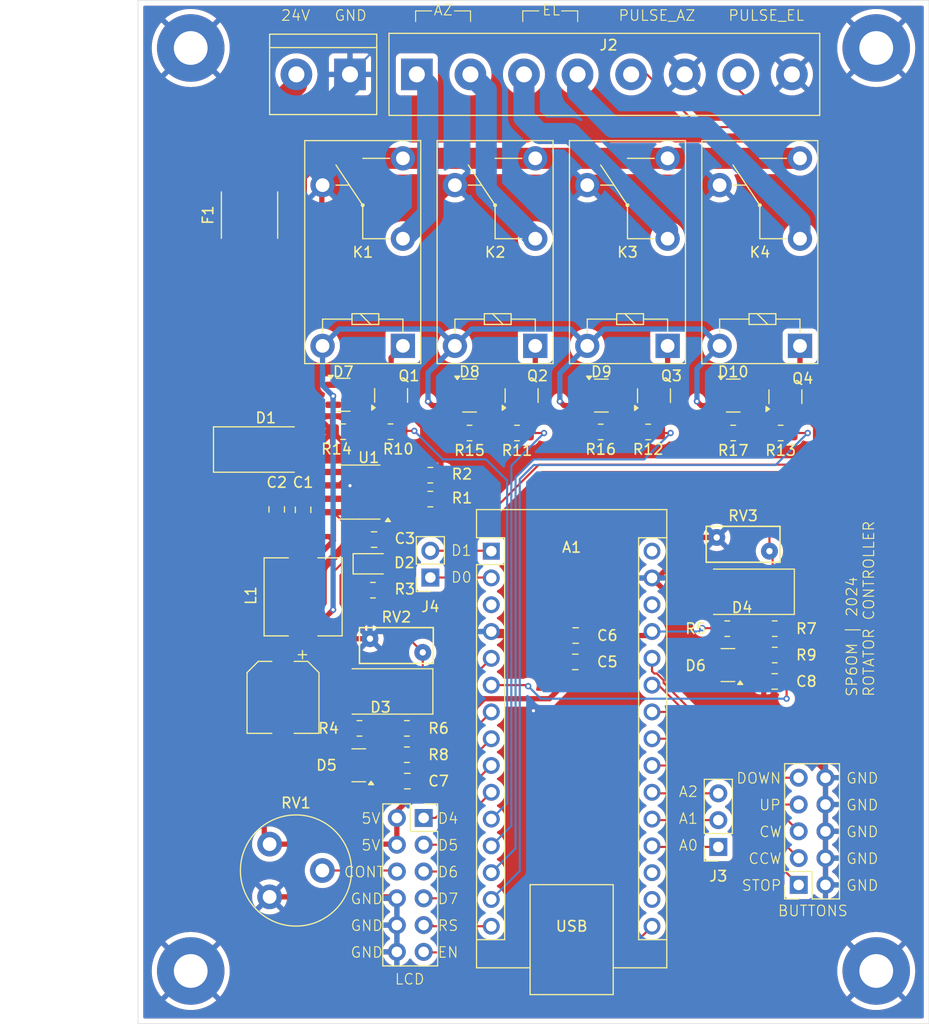
<source format=kicad_pcb>
(kicad_pcb (version 20240108) (generator "pcbnew") (generator_version "8.0")
  (layers (0 "F.Cu" signal) (31 "B.Cu" signal) (34 "B.Paste" user) (35 "F.Paste" user) (36 "B.SilkS" user "B.Silkscreen") (37 "F.SilkS" user "F.Silkscreen") (38 "B.Mask" user) (39 "F.Mask" user) (44 "Edge.Cuts" user))
  (net 0 "")
  (net 3 "/LCD_RS")
  (net 6 "/UP")
  (net 7 "/PULSE_AZ")
  (net 8 "/A0")
  (net 9 "/A2")
  (net 10 "+5V")
  (net 11 "GND")
  (net 12 "/BUTTON_CCW")
  (net 13 "/LCD_D7")
  (net 14 "/DOWN")
  (net 15 "/LCD_D6")
  (net 16 "/LCD_ENABLE")
  (net 17 "/BUTTON_UP")
  (net 18 "/BUTTON_DOWN")
  (net 19 "/D0")
  (net 21 "/CCW")
  (net 22 "/A1")
  (net 23 "/BUTTON_CW")
  (net 24 "/CW")
  (net 25 "/D1")
  (net 26 "/LCD_D5")
  (net 27 "/BUTTON_STOP")
  (net 28 "/PULSE_EL")
  (net 29 "/LCD_D4")
  (net 30 "/DC_IN")
  (net 31 "Net-(D1-K)")
  (net 32 "Net-(U1-BOOT)")
  (net 33 "Net-(D2-K)")
  (net 34 "Net-(D3-A)")
  (net 35 "/PULSE_AZ_IN")
  (net 36 "/PULSE_EL_IN")
  (net 37 "Net-(D4-A)")
  (net 38 "Net-(D5-K-Pad3)")
  (net 39 "Net-(D6-K-Pad3)")
  (net 40 "Net-(Q1-D)")
  (net 41 "Net-(Q2-D)")
  (net 42 "Net-(Q3-D)")
  (net 43 "Net-(Q4-D)")
  (net 44 "Net-(J7-Pin_6)")
  (net 45 "+12V")
  (net 46 "/MOTOR_AZ_1")
  (net 47 "/MOTOR_EL_1")
  (net 48 "/MOTOR_EL_2")
  (net 49 "/MOTOR_AZ_2")
  (net 50 "Net-(Q1-G)")
  (net 51 "Net-(Q2-G)")
  (net 52 "Net-(Q3-G)")
  (net 53 "Net-(Q4-G)")
  (net 54 "Net-(U1-VSNS)")
  (footprint "Connector_PinSocket_2.54mm:PinSocket_1x02_P2.54mm_Vertical" (layer "F.Cu") (at 172.72 87.7 180)
    (property "Reference" "J4")
    (property "Value" "Conn_01x02_Socket")
  )
  (footprint "Package_TO_SOT_SMD:SOT-23" (layer "F.Cu") (at 176.4375 70.45)
    (property "Reference" "D8")
    (property "Value" "BAV99")
  )
  (footprint "Inductor_SMD:L_7.3x7.3_H4.5" (layer "F.Cu") (at 160.655 89.535 -90)
    (property "Reference" "L1")
    (property "Value" "33uH DE0704-33")
  )
  (footprint "Package_SO:SOIC-8_3.9x4.9mm_P1.27mm" (layer "F.Cu") (at 166 79.6 180)
    (property "Reference" "U1")
    (property "Value" "TPS5420D")
  )
  (footprint "Capacitor_SMD:C_0805_2012Metric_Pad1.18x1.45mm_HandSolder" (layer "F.Cu") (at 160.655 81.28 90)
    (property "Reference" "C1")
    (property "Value" "4.7u")
  )
  (footprint "Resistor_SMD:R_0805_2012Metric_Pad1.20x1.40mm_HandSolder" (layer "F.Cu") (at 201.4375 74 180)
    (property "Reference" "R17")
    (property "Value" "100k")
  )
  (footprint "Capacitor_SMD:CP_Elec_6.3x5.4" (layer "F.Cu") (at 158.75 99.06 -90)
    (property "Reference" "C4" (hide yes))
    (property "Value" "100u")
  )
  (footprint "Resistor_SMD:R_0805_2012Metric_Pad1.20x1.40mm_HandSolder" (layer "F.Cu") (at 164.45 73.875 180)
    (property "Reference" "R14")
    (property "Value" "100k")
  )
  (footprint "Resistor_SMD:R_0805_2012Metric_Pad1.20x1.40mm_HandSolder" (layer "F.Cu") (at 205.375 92.55 180)
    (property "Reference" "R7")
    (property "Value" "1k")
  )
  (footprint "Connector_PinSocket_2.54mm:PinSocket_2x05_P2.54mm_Vertical" (layer "F.Cu") (at 207.645 116.84 180)
    (property "Reference" "J5" (hide yes))
    (property "Value" "Buttons Connector")
  )
  (footprint "Resistor_SMD:R_0805_2012Metric_Pad1.20x1.40mm_HandSolder" (layer "F.Cu") (at 168.95 73.875 180)
    (property "Reference" "R10")
    (property "Value" "510")
  )
  (footprint "Relay_THT:Relay_SPDT_Omron-G5Q-1" (layer "F.Cu") (at 207.77 65.74 90)
    (property "Reference" "K4")
    (property "Value" "Omron G5Q-1-EU-5DC")
  )
  (footprint "Resistor_SMD:R_0805_2012Metric_Pad1.20x1.40mm_HandSolder" (layer "F.Cu") (at 166 102)
    (property "Reference" "R4")
    (property "Value" "10k")
  )
  (footprint "Resistor_SMD:R_0805_2012Metric_Pad1.20x1.40mm_HandSolder" (layer "F.Cu") (at 170.5 104.5 180)
    (property "Reference" "R8")
    (property "Value" "1k")
  )
  (footprint "Resistor_SMD:R_0805_2012Metric_Pad1.20x1.40mm_HandSolder" (layer "F.Cu") (at 176.4375 74 180)
    (property "Reference" "R15")
    (property "Value" "100k")
  )
  (footprint "Package_TO_SOT_SMD:SOT-23" (layer "F.Cu") (at 164.45 70.375)
    (property "Reference" "D7")
    (property "Value" "BAV99")
  )
  (footprint "MountingHole:MountingHole_3.2mm_M3_Pad" (layer "F.Cu") (at 215 37.5)
    (property "Reference" "H2" (hide yes))
    (property "Value" "M3")
  )
  (footprint "Relay_THT:Relay_SPDT_Omron-G5Q-1" (layer "F.Cu") (at 170.12 65.74 90)
    (property "Reference" "K1")
    (property "Value" "Omron G5Q-1-EU-5DC")
  )
  (footprint "Capacitor_SMD:C_0805_2012Metric_Pad1.18x1.45mm_HandSolder" (layer "F.Cu") (at 205.375 97.55 180)
    (property "Reference" "C8")
    (property "Value" "100n")
  )
  (footprint "Resistor_SMD:R_0805_2012Metric_Pad1.20x1.40mm_HandSolder" (layer "F.Cu") (at 172.72 80.264 180)
    (property "Reference" "R1")
    (property "Value" "10k")
  )
  (footprint "Fuse:Fuse_2920_7451Metric_Pad2.10x5.45mm_HandSolder" (layer "F.Cu") (at 155.575 53.34 -90)
    (property "Reference" "F1")
    (property "Value" "0ZCF0110FF2C")
  )
  (footprint "Diode_SMD:D_SMA-SMB_Universal_Handsoldering" (layer "F.Cu") (at 157.12 75.565)
    (property "Reference" "D1")
    (property "Value" "B340")
  )
  (footprint "Capacitor_SMD:C_0805_2012Metric_Pad1.18x1.45mm_HandSolder" (layer "F.Cu") (at 186.5 93.2 180)
    (property "Reference" "C6")
    (property "Value" "1u")
  )
  (footprint "Package_TO_SOT_SMD:SOT-23" (layer "F.Cu") (at 200.9375 96 180)
    (property "Reference" "D6")
    (property "Value" "BAV99")
  )
  (footprint "Capacitor_SMD:C_0805_2012Metric_Pad1.18x1.45mm_HandSolder" (layer "F.Cu") (at 186.4625 95.7)
    (property "Reference" "C5")
    (property "Value" "100n")
  )
  (footprint "LED_SMD:LED_0805_2012Metric_Pad1.15x1.40mm_HandSolder" (layer "F.Cu") (at 167.259 86.4)
    (property "Reference" "D2")
    (property "Value" "GREEN")
  )
  (footprint "MountingHole:MountingHole_3.2mm_M3_Pad" (layer "F.Cu") (at 150 125)
    (property "Reference" "H3" (hide yes))
    (property "Value" "M3")
  )
  (footprint "Resistor_SMD:R_0805_2012Metric_Pad1.20x1.40mm_HandSolder" (layer "F.Cu") (at 193.375 73.9 180)
    (property "Reference" "R12")
    (property "Value" "510")
  )
  (footprint "Varistor:RV_Disc_D7mm_W3.4mm_P5mm" (layer "F.Cu") (at 172 94.8 180)
    (property "Reference" "RV2")
    (property "Value" "V18ZA1P")
  )
  (footprint "Capacitor_SMD:C_0805_2012Metric_Pad1.18x1.45mm_HandSolder" (layer "F.Cu") (at 167.386 84.1 180)
    (property "Reference" "C3")
    (property "Value" "10n")
  )
  (footprint "Diode_SMD:D_SMA-SMB_Universal_Handsoldering" (layer "F.Cu") (at 168 98.5 180)
    (property "Reference" "D3")
    (property "Value" "B340")
  )
  (footprint "Resistor_SMD:R_0805_2012Metric_Pad1.20x1.40mm_HandSolder" (layer "F.Cu") (at 205.9375 74 180)
    (property "Reference" "R13")
    (property "Value" "510")
  )
  (footprint "Package_TO_SOT_SMD:SOT-23" (layer "F.Cu") (at 206.3875 70.5625 90)
    (property "Reference" "Q4")
    (property "Value" "AO3400A")
  )
  (footprint "Connector_PinSocket_2.54mm:PinSocket_1x03_P2.54mm_Vertical" (layer "F.Cu") (at 200.025 113.24 180)
    (property "Reference" "J3")
    (property "Value" "Conn_01x03_Socket")
  )
  (footprint "Relay_THT:Relay_SPDT_Omron-G5Q-1" (layer "F.Cu") (at 195.22 65.74 90)
    (property "Reference" "K3")
    (property "Value" "Omron G5Q-1-EU-5DC")
  )
  (footprint "TerminalBlock:TerminalBlock_bornier-2_P5.08mm" (layer "F.Cu") (at 165.1 40 180)
    (property "Reference" "J1" (hide yes))
    (property "Value" "Screw_Terminal_01x02")
  )
  (footprint "Resistor_SMD:R_0805_2012Metric_Pad1.20x1.40mm_HandSolder" (layer "F.Cu") (at 172.72 78)
    (property "Reference" "R2")
    (property "Value" "3.24k")
  )
  (footprint "Resistor_SMD:R_0805_2012Metric_Pad1.20x1.40mm_HandSolder" (layer "F.Cu") (at 205.375 95.05 180)
    (property "Reference" "R9")
    (property "Value" "1k")
  )
  (footprint "MountingHole:MountingHole_3.2mm_M3_Pad" (layer "F.Cu") (at 215 125)
    (property "Reference" "H4" (hide yes))
    (property "Value" "M3")
  )
  (footprint "Capacitor_SMD:C_0805_2012Metric_Pad1.18x1.45mm_HandSolder" (layer "F.Cu") (at 158.155 81.2425 90)
    (property "Reference" "C2")
    (property "Value" "4.7u")
  )
  (footprint "Diode_SMD:D_SMA-SMB_Universal_Handsoldering" (layer "F.Cu") (at 202.275 89.05 180)
    (property "Reference" "D4")
    (property "Value" "B340")
  )
  (footprint "Package_TO_SOT_SMD:SOT-23" (layer "F.Cu") (at 169 70.4375 90)
    (property "Reference" "Q1")
    (property "Value" "AO3400A")
  )
  (footprint "TerminalBlock:TerminalBlock_bornier-8_P5.08mm" (layer "F.Cu") (at 171.44 40)
    (property "Reference" "J2")
    (property "Value" "Screw_Terminal_01x08")
  )
  (footprint "Resistor_SMD:R_0805_2012Metric_Pad1.20x1.40mm_HandSolder" (layer "F.Cu") (at 170.5 102 180)
    (property "Reference" "R6")
    (property "Value" "1k")
  )
  (footprint "Package_TO_SOT_SMD:SOT-23" (layer "F.Cu") (at 165.9375 105.5 180)
    (property "Reference" "D5")
    (property "Value" "BAV99")
  )
  (footprint "Package_TO_SOT_SMD:SOT-23" (layer "F.Cu") (at 193.925 70.4625 90)
    (property "Reference" "Q3")
    (property "Value" "AO3400A")
  )
  (footprint "Resistor_SMD:R_0805_2012Metric_Pad1.20x1.40mm_HandSolder" (layer "F.Cu") (at 200.875 92.55)
    (property "Reference" "R5")
    (property "Value" "10k")
  )
  (footprint "Resistor_SMD:R_0805_2012Metric_Pad1.20x1.40mm_HandSolder" (layer "F.Cu") (at 180.9375 74 180)
    (property "Reference" "R11")
    (property "Value" "510")
  )
  (footprint "Package_TO_SOT_SMD:SOT-23" (layer "F.Cu") (at 201.4375 70.45)
    (property "Reference" "D10")
    (property "Value" "BAV99")
  )
  (footprint "Resistor_SMD:R_0805_2012Metric_Pad1.20x1.40mm_HandSolder" (layer "F.Cu") (at 167.275 88.9 180)
    (property "Reference" "R3")
    (property "Value" "1.5k")
  )
  (footprint "MountingHole:MountingHole_3.2mm_M3_Pad" (layer "F.Cu") (at 150 37.5)
    (property "Reference" "H1" (hide yes))
    (property "Value" "M3")
  )
  (footprint "Potentiometer_THT:Potentiometer_Piher_PT-10-V05_Vertical" (layer "F.Cu") (at 157.48 117.975)
    (property "Reference" "RV1")
    (property "Value" "10k")
  )
  (footprint "Module:Arduino_Nano" (layer "F.Cu") (at 178.5 85.2)
    (property "Reference" "A1")
    (property "Value" "Arduino_Nano_v2.x")
  )
  (footprint "Package_TO_SOT_SMD:SOT-23" (layer "F.Cu") (at 188.9375 70.45)
    (property "Reference" "D9")
    (property "Value" "BAV99")
  )
  (footprint "Relay_THT:Relay_SPDT_Omron-G5Q-1" (layer "F.Cu") (at 182.67 65.74 90)
    (property "Reference" "K2")
    (property "Value" "Omron G5Q-1-EU-5DC")
  )
  (footprint "Capacitor_SMD:C_0805_2012Metric_Pad1.18x1.45mm_HandSolder" (layer "F.Cu") (at 170.5375 107 180)
    (property "Reference" "C7")
    (property "Value" "100n")
  )
  (footprint "Varistor:RV_Disc_D7mm_W3.4mm_P5mm" (layer "F.Cu") (at 204.875 85.2 180)
    (property "Reference" "RV3")
    (property "Value" "V18ZA1P")
  )
  (footprint "Resistor_SMD:R_0805_2012Metric_Pad1.20x1.40mm_HandSolder" (layer "F.Cu") (at 188.875 73.9 180)
    (property "Reference" "R16")
    (property "Value" "100k")
  )
  (footprint "Connector_PinSocket_2.54mm:PinSocket_2x06_P2.54mm_Vertical" (layer "F.Cu") (at 172.085 110.49)
    (property "Reference" "J7" (hide yes))
    (property "Value" "LCD Connector")
  )
  (footprint "Package_TO_SOT_SMD:SOT-23" (layer "F.Cu") (at 181.375 70.45 90)
    (property "Reference" "Q2")
    (property "Value" "AO3400A")
  )
  (gr_line (start 171.323 33.984) (end 171.323 35) (stroke (width 0.1)) (layer "F.SilkS"))
  (gr_line (start 185.166 33.984) (end 186.69 33.984) (stroke (width 0.1)) (layer "F.SilkS"))
  (gr_line (start 176.53 33.984) (end 176.53 35) (stroke (width 0.1)) (layer "F.SilkS"))
  (gr_line (start 183.007 33.984) (end 181.483 33.984) (stroke (width 0.1)) (layer "F.SilkS"))
  (gr_line (start 186.69 33.984) (end 186.69 35) (stroke (width 0.1)) (layer "F.SilkS"))
  (gr_line (start 172.847 33.984) (end 171.323 33.984) (stroke (width 0.1)) (layer "F.SilkS"))
  (gr_line (start 181.483 33.984) (end 181.483 35) (stroke (width 0.1)) (layer "F.SilkS"))
  (gr_line (start 175.006 33.984) (end 176.53 33.984) (stroke (width 0.1)) (layer "F.SilkS"))
  (gr_rect (start 145 32.995) (end 220 130) (stroke (width 0.05)) (fill none) (layer "Edge.Cuts"))
  (gr_text "GND" (at 165.1 121.285 0) (layer "F.SilkS") (effects (font (size 1 1) (thickness 0.1)) (justify left bottom)))
  (gr_text "D6" (at 173.355 116.205 0) (layer "F.SilkS") (effects (font (size 1 1) (thickness 0.1)) (justify left bottom)))
  (gr_text "DOWN" (at 201.676 107.315 0) (layer "F.SilkS") (effects (font (size 1 1) (thickness 0.1)) (justify left bottom)))
  (gr_text "A2" (at 196.215 108.585 0) (layer "F.SilkS") (effects (font (size 1 1) (thickness 0.1)) (justify left bottom)))
  (gr_text "GND" (at 165.1 123.825 0) (layer "F.SilkS") (effects (font (size 1 1) (thickness 0.1)) (justify left bottom)))
  (gr_text "GND" (at 212.09 117.475 0) (layer "F.SilkS") (effects (font (size 1 1) (thickness 0.1)) (justify left bottom)))
  (gr_text "D0" (at 174.625 88.265 0) (layer "F.SilkS") (effects (font (size 1 1) (thickness 0.1)) (justify left bottom)))
  (gr_text "GND" (at 212.09 107.315 0) (layer "F.SilkS") (effects (font (size 1 1) (thickness 0.1)) (justify left bottom)))
  (gr_text "GND" (at 163.576 35 0) (layer "F.SilkS") (effects (font (size 1 1) (thickness 0.1)) (justify left bottom)))
  (gr_text "LCD" (at 169.291 126.365 0) (layer "F.SilkS") (effects (font (size 1 1) (thickness 0.1)) (justify left bottom)))
  (gr_text "EL" (at 183.261 34.492 0) (layer "F.SilkS") (effects (font (size 1 1) (thickness 0.1)) (justify left bottom)))
  (gr_text "D7" (at 173.355 118.745 0) (layer "F.SilkS") (effects (font (size 1 1) (thickness 0.1)) (justify left bottom)))
  (gr_text "AZ" (at 172.974 34.492 0) (layer "F.SilkS") (effects (font (size 1 1) (thickness 0.1)) (justify left bottom)))
  (gr_text "STOP" (at 202.184 117.475 0) (layer "F.SilkS") (effects (font (size 1 1) (thickness 0.1)) (justify left bottom)))
  (gr_text "CW" (at 203.835 112.395 0) (layer "F.SilkS") (effects (font (size 1 1) (thickness 0.1)) (justify left bottom)))
  (gr_text "GND" (at 212.09 112.395 0) (layer "F.SilkS") (effects (font (size 1 1) (thickness 0.1)) (justify left bottom)))
  (gr_text "GND" (at 212.09 109.855 0) (layer "F.SilkS") (effects (font (size 1 1) (thickness 0.1)) (justify left bottom)))
  (gr_text "BUTTONS" (at 205.613 119.888 0) (layer "F.SilkS") (effects (font (size 1 1) (thickness 0.1)) (justify left bottom)))
  (gr_text "24V" (at 158.496 35 0) (layer "F.SilkS") (effects (font (size 1 1) (thickness 0.1)) (justify left bottom)))
  (gr_text "CONT" (at 164.465 116.205 0) (layer "F.SilkS") (effects (font (size 1 1) (thickness 0.1)) (justify left bottom)))
  (gr_text "A1" (at 196.215 111.125 0) (layer "F.SilkS") (effects (font (size 1 1) (thickness 0.1)) (justify left bottom)))
  (gr_text "A0" (at 196.215 113.665 0) (layer "F.SilkS") (effects (font (size 1 1) (thickness 0.1)) (justify left bottom)))
  (gr_text "5V" (at 166.116 113.665 0) (layer "F.SilkS") (effects (font (size 1 1) (thickness 0.1)) (justify left bottom)))
  (gr_text "D5" (at 173.355 113.665 0) (layer "F.SilkS") (effects (font (size 1 1) (thickness 0.1)) (justify left bottom)))
  (gr_text "PULSE_EL" (at 200.914 35 0) (layer "F.SilkS") (effects (font (size 1 1) (thickness 0.1)) (justify left bottom)))
  (gr_text "D1" (at 174.625 85.725 0) (layer "F.SilkS") (effects (font (size 1 1) (thickness 0.1)) (justify left bottom)))
  (gr_text "GND" (at 165.1 118.745 0) (layer "F.SilkS") (effects (font (size 1 1) (thickness 0.1)) (justify left bottom)))
  (gr_text "D4" (at 173.355 111.125 0) (layer "F.SilkS") (effects (font (size 1 1) (thickness 0.1)) (justify left bottom)))
  (gr_text "UP" (at 203.835 109.855 0) (layer "F.SilkS") (effects (font (size 1 1) (thickness 0.1)) (justify left bottom)))
  (gr_text "CCW" (at 202.819 114.935 0) (layer "F.SilkS") (effects (font (size 1 1) (thickness 0.1)) (justify left bottom)))
  (gr_text "EN" (at 173.355 123.825 0) (layer "F.SilkS") (effects (font (size 1 1) (thickness 0.1)) (justify left bottom)))
  (gr_text "SP6OM | 2024\nROTATOR CONTROLLER" (at 214.884 99.06 90) (layer "F.SilkS") (effects (font (size 1 1) (thickness 0.1)) (justify left bottom)))
  (gr_text "GND" (at 212.09 114.935 0) (layer "F.SilkS") (effects (font (size 1 1) (thickness 0.1)) (justify left bottom)))
  (gr_text "5V" (at 166.116 111.125 0) (layer "F.SilkS") (effects (font (size 1 1) (thickness 0.1)) (justify left bottom)))
  (gr_text "RS" (at 173.355 121.285 0) (layer "F.SilkS") (effects (font (size 1 1) (thickness 0.1)) (justify left bottom)))
  (gr_text "PULSE_AZ" (at 190.5 35 0) (layer "F.SilkS") (effects (font (size 1 1) (thickness 0.1)) (justify left bottom)))
  (segment (start 172.135 120.7) (end 173 120.7) (width 0.2) (layer "F.Cu") (net 3))
  (segment (start 178.5 120.76) (end 172.195 120.76) (width 0.2) (layer "F.Cu") (net 3))
  (segment (start 172.085 120.65) (end 172.135 120.7) (width 0.2) (layer "F.Cu") (net 3))
  (segment (start 172.195 120.76) (end 172.085 120.65) (width 0.2) (layer "F.Cu") (net 3))
  (segment (start 194.475 74) (end 194.375 73.9) (width 0.2) (layer "F.Cu") (net 6))
  (segment (start 195.5 74) (end 194.475 74) (width 0.2) (layer "F.Cu") (net 6))
  (via (at 195.5 74) (size 0.6) (drill 0.3) (layers "F.Cu" "B.Cu") (net 6))
  (segment (start 180.8 113.38) (end 180.8 78.2) (width 0.2) (layer "B.Cu") (net 6))
  (segment (start 182.5 76.5) (end 193 76.5) (width 0.2) (layer "B.Cu") (net 6))
  (segment (start 193 76.5) (end 195.5 74) (width 0.2) (layer "B.Cu") (net 6))
  (segment (start 180.8 78.2) (end 182.5 76.5) (width 0.2) (layer "B.Cu") (net 6))
  (segment (start 178.5 115.68) (end 180.8 113.38) (width 0.2) (layer "B.Cu") (net 6))
  (segment (start 173 103.5) (end 172.5 104) (width 0.2) (layer "F.Cu") (net 7))
  (segment (start 173 100.86) (end 173 103.5) (width 0.2) (layer "F.Cu") (net 7))
  (segment (start 172.5 106.075) (end 171.575 107) (width 0.2) (layer "F.Cu") (net 7))
  (segment (start 171.575 107) (end 171.575 106.575) (width 0.2) (layer "F.Cu") (net 7))
  (segment (start 178.5 95.36) (end 173 100.86) (width 0.2) (layer "F.Cu") (net 7))
  (segment (start 171.575 106.575) (end 169.5 104.5) (width 0.2) (layer "F.Cu") (net 7))
  (segment (start 172.5 104) (end 172.5 106.075) (width 0.2) (layer "F.Cu") (net 7))
  (segment (start 200.025 113.24) (end 193.84 113.24) (width 0.2) (layer "F.Cu") (net 8))
  (segment (start 193.84 113.24) (end 193.74 113.14) (width 0.2) (layer "F.Cu") (net 8))
  (segment (start 200.025 108.16) (end 193.84 108.16) (width 0.2) (layer "F.Cu") (net 9))
  (segment (start 193.84 108.16) (end 193.74 108.06) (width 0.2) (layer "F.Cu") (net 9))
  (segment (start 174 107.432) (end 172.847 108.585) (width 0.5) (layer "F.Cu") (net 10))
  (segment (start 174 103) (end 174 107.432) (width 0.5) (layer "F.Cu") (net 10))
  (segment (start 169.49 112.975) (end 169.545 113.03) (width 0.5) (layer "F.Cu") (net 10))
  (segment (start 165 102.675) (end 165 102) (width 0.2) (layer "F.Cu") (net 10))
  (segment (start 185 71) (end 185.4 71.4) (width 0.5) (layer "F.Cu") (net 10))
  (segment (start 172.484 81.5) (end 173.72 80.264) (width 0.2) (layer "F.Cu") (net 10))
  (segment (start 187.5 93.2375) (end 187.5375 93.2) (width 0.2) (layer "F.Cu") (net 10))
  (segment (start 161.519 92.735) (end 160.655 92.735) (width 0.5) (layer "F.Cu") (net 10))
  (segment (start 160.655 92.735) (end 158.75 94.64) (width 0.5) (layer "F.Cu") (net 10))
  (segment (start 169.545 109.855) (end 169.545 110.49) (width 0.5) (layer "F.Cu") (net 10))
  (segment (start 198.5 92.5) (end 199.825 92.5) (width 0.2) (layer "F.Cu") (net 10))
  (segment (start 187.5 95.7) (end 184.01 99.19) (width 0.5) (layer "F.Cu") (net 10))
  (segment (start 163.5 90.754) (end 161.519 92.735) (width 0.5) (layer "F.Cu") (net 10))
  (segment (start 169.6 85.084) (end 169.6 83.334314) (width 0.2) (layer "F.Cu") (net 10))
  (segment (start 172.847 108.585) (end 170.815 108.585) (width 0.5) (layer "F.Cu") (net 10))
  (segment (start 187.5 95.7) (end 187.5 93.2375) (width 0.2) (layer "F.Cu") (net 10))
  (segment (start 157.48 112.975) (end 169.49 112.975) (width 0.5) (layer "F.Cu") (net 10))
  (segment (start 168.284 86.4) (end 169.6 85.084) (width 0.2) (layer "F.Cu") (net 10))
  (segment (start 167.284 85.4) (end 168.284 86.4) (width 0.2) (layer "F.Cu") (net 10))
  (segment (start 165 102) (end 164.49 102) (width 0.5) (layer "F.Cu") (net 10))
  (segment (start 169.545 110.49) (end 169.545 113.03) (width 0.5) (layer "F.Cu") (net 10))
  (segment (start 156.972 98.038) (end 158.75 96.26) (width 0.5) (layer "F.Cu") (net 10))
  (segment (start 156.972 112.467) (end 156.972 98.038) (width 0.5) (layer "F.Cu") (net 10))
  (segment (start 157.48 112.975) (end 156.972 112.467) (width 0.5) (layer "F.Cu") (net 10))
  (segment (start 193.36 93.2) (end 193.74 92.82) (width 0.5) (layer "F.Cu") (net 10))
  (segment (start 163.5 70.5) (end 163.5 71.3125) (width 0.5) (layer "F.Cu") (net 10))
  (segment (start 198.4 71.4) (end 200.5 71.4) (width 0.5) (layer "F.Cu") (net 10))
  (segment (start 185.4 71.4) (end 188 71.4) (width 0.5) (layer "F.Cu") (net 10))
  (segment (start 172.9 71.4) (end 175.5 71.4) (width 0.5) (layer "F.Cu") (net 10))
  (segment (start 163.5 87.198) (end 165.298 85.4) (width 0.2) (layer "F.Cu") (net 10))
  (segment (start 184.01 99.19) (end 177.81 99.19) (width 0.5) (layer "F.Cu") (net 10))
  (segment (start 166.875 104.55) (end 165 102.675) (width 0.2) (layer "F.Cu") (net 10))
  (segment (start 169.6 83.334314) (end 171.434314 81.5) (width 0.2) (layer "F.Cu") (net 10))
  (segment (start 165.298 85.4) (end 167.284 85.4) (width 0.2) (layer "F.Cu") (net 10))
  (segment (start 199.875 93.05) (end 201.875 95.05) (width 0.2) (layer "F.Cu") (net 10))
  (segment (start 170.815 108.585) (end 169.545 109.855) (width 0.5) (layer "F.Cu") (net 10))
  (segment (start 177.81 99.19) (end 174 103) (width 0.5) (layer "F.Cu") (net 10))
  (segment (start 199.875 92.55) (end 199.875 93.05) (width 0.2) (layer "F.Cu") (net 10))
  (segment (start 163.5 90.754) (end 163.5 87.198) (width 0.2) (layer "F.Cu") (net 10))
  (segment (start 163.5 71.3125) (end 163.5125 71.325) (width 0.5) (layer "F.Cu") (net 10))
  (segment (start 198 71) (end 198.4 71.4) (width 0.5) (layer "F.Cu") (net 10))
  (segment (start 171.434314 81.5) (end 172.484 81.5) (width 0.2) (layer "F.Cu") (net 10))
  (segment (start 199.825 92.5) (end 199.875 92.55) (width 0.2) (layer "F.Cu") (net 10))
  (segment (start 172.5 71) (end 172.9 71.4) (width 0.5) (layer "F.Cu") (net 10))
  (segment (start 187.5375 93.2) (end 193.36 93.2) (width 0.5) (layer "F.Cu") (net 10))
  (via (at 163.5 90.754) (size 0.6) (drill 0.3) (layers "F.Cu" "B.Cu") (net 10))
  (via (at 198 71) (size 0.6) (drill 0.3) (layers "F.Cu" "B.Cu") (net 10))
  (via (at 185 71) (size 0.6) (drill 0.3) (layers "F.Cu" "B.Cu") (net 10))
  (via (at 198.5 92.5) (size 0.6) (drill 0.3) (layers "F.Cu" "B.Cu") (net 10))
  (via (at 172.5 71) (size 0.6) (drill 0.3) (layers "F.Cu" "B.Cu") (net 10))
  (via (at 163.5 70.5) (size 0.6) (drill 0.3) (layers "F.Cu" "B.Cu") (net 10))
  (segment (start 198 67.89) (end 200.15 65.74) (width 0.5) (layer "B.Cu") (net 10))
  (segment (start 198.18 92.82) (end 198.5 92.5) (width 0.2) (layer "B.Cu") (net 10))
  (segment (start 186 64.14) (end 187.6 65.74) (width 0.5) (layer "B.Cu") (net 10))
  (segment (start 162.5 69) (end 162.5 69.5) (width 0.5) (layer "B.Cu") (net 10))
  (segment (start 198.55 64.14) (end 200.15 65.74) (width 0.5) (layer "B.Cu") (net 10))
  (segment (start 187.6 65.74) (end 189.2 64.14) (width 0.5) (layer "B.Cu") (net 10))
  (segment (start 164.1 64.14) (end 173.45 64.14) (width 0.5) (layer "B.Cu") (net 10))
  (segment (start 173.45 64.14) (end 175.05 65.74) (width 0.5) (layer "B.Cu") (net 10))
  (segment (start 189.2 64.14) (end 198.55 64.14) (width 0.5) (layer "B.Cu") (net 10))
  (segment (start 185 68.34) (end 187.6 65.74) (width 0.5) (layer "B.Cu") (net 10))
  (segment (start 176.65 64.14) (end 186 64.14) (width 0.5) (layer "B.Cu") (net 10))
  (segment (start 175.05 65.74) (end 176.65 64.14) (width 0.5) (layer "B.Cu") (net 10))
  (segment (start 193.74 92.82) (end 198.18 92.82) (width 0.2) (layer "B.Cu") (net 10))
  (segment (start 172.5 68.29) (end 175.05 65.74) (width 0.5) (layer "B.Cu") (net 10))
  (segment (start 162.5 65.74) (end 164.1 64.14) (width 0.5) (layer "B.Cu") (net 10))
  (segment (start 162.5 65.74) (end 162.5 69) (width 0.5) (layer "B.Cu") (net 10))
  (segment (start 163.5 90.754) (end 163.5 70.5) (width 0.5) (layer "B.Cu") (net 10))
  (segment (start 198 71) (end 198 67.89) (width 0.5) (layer "B.Cu") (net 10))
  (segment (start 172.5 71) (end 172.5 68.29) (width 0.5) (layer "B.Cu") (net 10))
  (segment (start 162.5 69.5) (end 163.5 70.5) (width 0.5) (layer "B.Cu") (net 10))
  (segment (start 185 71) (end 185 68.34) (width 0.5) (layer "B.Cu") (net 10))
  (segment (start 162 72.425) (end 163.45 73.875) (width 0.5) (layer "F.Cu") (net 11))
  (segment (start 173.72 78) (end 173.72 75.77) (width 0.2) (layer "F.Cu") (net 11))
  (segment (start 157.48 117.975) (end 169.41 117.975) (width 0.5) (layer "F.Cu") (net 11))
  (segment (start 205.232 98.4445) (end 204.3375 97.55) (width 0.5) (layer "F.Cu") (net 11))
  (segment (start 200.4375 75.4375) (end 200.5 75.5) (width 0.5) (layer "F.Cu") (net 11))
  (segment (start 188 75.5) (end 183 75.5) (width 0.5) (layer "F.Cu") (net 11))
  (segment (start 166.875 106.45) (end 168.95 106.45) (width 0.2) (layer "F.Cu") (net 11))
  (segment (start 166.275 92.775) (end 167 93.5) (width 0.5) (layer "F.Cu") (net 11))
  (segment (start 187.875 73.9) (end 184.8375 73.9) (width 0.5) (layer "F.Cu") (net 11))
  (segment (start 168.95 106.45) (end 169.5 107) (width 0.2) (layer "F.Cu") (net 11))
  (segment (start 166.275 88.9) (end 166.275 92.775) (width 0.5) (layer "F.Cu") (net 11))
  (segment (start 162.433 50.567) (end 162.433 62.23) (width 0.5) (layer "F.Cu") (net 11))
  (segment (start 196 95.504) (end 196 90) (width 0.5) (layer "F.Cu") (net 11))
  (segment (start 201.875 96.95) (end 197.446 96.95) (width 0.5) (layer "F.Cu") (net 11))
  (segment (start 194.26 87.74) (end 198.1 83.9) (width 0.5) (layer "F.Cu") (net 11))
  (segment (start 160.655 80.2425) (end 160.655 79.375) (width 0.2) (layer "F.Cu") (net 11))
  (segment (start 197.475 74) (end 194.875 71.4) (width 0.5) (layer "F.Cu") (net 11))
  (segment (start 185.425 95.7) (end 185.425 93.2375) (width 0.2) (layer "F.Cu") (net 11))
  (segment (start 158.75 101.86) (end 158.75 100.11) (width 0.5) (layer "F.Cu") (net 11))
  (segment (start 170.5 75.5) (end 165.075 75.5) (width 0.5) (layer "F.Cu") (net 11))
  (segment (start 160.925 69.425) (end 162 69.425) (width 0.5) (layer "F.Cu") (net 11))
  (segment (start 165.075 75.5) (end 163.45 73.875) (width 0.5) (layer "F.Cu") (net 11))
  (segment (start 205.232 101.092) (end 205.232 98.4445) (width 0.5) (layer "F.Cu") (net 11))
  (segment (start 203.7375 96.95) (end 204.3375 97.55) (width 0.5) (layer "F.Cu") (net 11))
  (segment (start 164.082684 78.965) (end 165.075 77.972684) (width 0.5) (layer "F.Cu") (net 11))
  (segment (start 184.8375 73.9) (end 182.325 71.3875) (width 0.5) (layer "F.Cu") (net 11))
  (segment (start 184.2125 69.5) (end 188 69.5) (width 0.5) (layer "F.Cu") (net 11))
  (segment (start 196 90) (end 193.74 87.74) (width 0.5) (layer "F.Cu") (net 11))
  (segment (start 200.15 50.5) (end 187.6 50.5) (width 2) (layer "F.Cu") (net 11))
  (segment (start 158.155 80.205) (end 160.6175 80.205) (width 0.2) (layer "F.Cu") (net 11))
  (segment (start 185.425 93.2375) (end 185.4625 93.2) (width 0.2) (layer "F.Cu") (net 11))
  (segment (start 161.76 75.565) (end 163.45 73.875) (width 0.5) (layer "F.Cu") (net 11))
  (segment (start 193.74 87.74) (end 190.9225 87.74) (width 0.5) (layer "F.Cu") (net 11))
  (segment (start 175.4375 75.4375) (end 175.5 75.5) (width 0.5) (layer "F.Cu") (net 11))
  (segment (start 209.25 73.4125) (end 207.3375 71.5) (width 0.5) (layer "F.Cu") (net 11))
  (segment (start 198.1 83.9) (end 199.875 83.9) (width 0.5) (layer "F.Cu") (net 11))
  (segment (start 175.5 69.5) (end 171.825 69.5) (width 0.5) (layer "F.Cu") (net 11))
  (segment (start 175.05 50.5) (end 162.5 50.5) (width 2) (layer "F.Cu") (net 11))
  (segment (start 175.4375 74) (end 175.4375 75.4375) (width 0.5) (layer "F.Cu") (net 11))
  (segment (start 171.825 69.5) (end 169.95 71.375) (width 0.5) (layer "F.Cu") (net 11))
  (segment (start 173.99 75.5) (end 171 75.5) (width 0.5) (layer "F.Cu") (net 11))
  (segment (start 201.875 96.95) (end 203.7375 96.95) (width 0.5) (layer "F.Cu") (net 11))
  (segment (start 163.34 106.45) (end 166.875 106.45) (width 0.2) (layer "F.Cu") (net 11))
  (segment (start 182.325 71.3875) (end 184.2125 69.5) (width 0.5) (layer "F.Cu") (net 11))
  (segment (start 172 75.5) (end 171 75.5) (width 0.5) (layer "F.Cu") (net 11))
  (segment (start 173.72 75.77) (end 173.99 75.5) (width 0.2) (layer "F.Cu") (net 11))
  (segment (start 160.655 79.375) (end 161.065 78.965) (width 0.2) (layer "F.Cu") (net 11))
  (segment (start 165.36 93.5) (end 167 93.5) (width 0.5) (layer "F.Cu") (net 11))
  (segment (start 171 75.5) (end 170.5 75.5) (width 0.5) (layer "F.Cu") (net 11))
  (segment (start 161.065 78.965) (end 163.525 78.965) (width 0.2) (layer "F.Cu") (net 11))
  (segment (start 158.75 101.86) (end 163.34 106.45) (width 0.2) (layer "F.Cu") (net 11))
  (segment (start 209.25 74.75) (end 209.25 73.4125) (width 0.5) (layer "F.Cu") (net 11))
  (segment (start 163.554 78.994) (end 163.525 78.965) (width 0.5) (layer "F.Cu") (net 11))
  (segment (start 196.775 69.5) (end 200.5 69.5) (width 0.5) (layer "F.Cu") (net 11))
  (segment (start 159.9 68.199) (end 159.9 68.4) (width 0.5) (layer "F.Cu") (net 11))
  (segment (start 177 75.5) (end 183 75.5) (width 0.5) (layer "F.Cu") (net 11))
  (segment (start 188 75.5) (end 201.9375 75.5) (width 0.5) (layer "F.Cu") (net 11))
  (segment (start 165.1 78.994) (end 163.554 78.994) (width 0.5) (layer "F.Cu") (net 11))
  (segment (start 163.5125 69.425) (end 162 69.425) (width 0.5) (layer "F.Cu") (net 11))
  (segment (start 178.88 93.2) (end 178.5 92.82) (width 0.5) (layer "F.Cu") (net 11))
  (segment (start 175.5 75.5) (end 173.99 75.5) (width 0.5) (layer "F.Cu") (net 11))
  (segment (start 201.9375 75.5) (end 208.5 75.5) (width 0.5) (layer "F.Cu") (net 11))
  (segment (start 163.525 78.965) (end 164.082684 78.965) (width 0.5) (layer "F.Cu") (net 11))
  (segment (start 210.185 116.84) (end 210.185 106.68) (width 0.5) (layer "F.Cu") (net 11))
  (segment (start 187.875 73.9) (end 187.875 75.375) (width 0.5) (layer "F.Cu") (net 11))
  (segment (start 172 73.425) (end 172 75.5) (width 0.5) (layer "F.Cu") (net 11))
  (segment (start 169.41 117.975) (end 169.545 118.11) (width 0.5) (layer "F.Cu") (net 11))
  (segment (start 187.6 50.5) (end 175.05 50.5) (width 2) (layer "F.Cu") (net 11))
  (segment (start 162.5 50.5) (end 162.433 50.567) (width 0.5) (layer "F.Cu") (net 11))
  (segment (start 194.875 71.4) (end 196.775 69.5) (width 0.5) (layer "F.Cu") (net 11))
  (segment (start 185.4625 93.2) (end 178.88 93.2) (width 0.5) (layer "F.Cu") (net 11))
  (segment (start 177 75.5) (end 175.5 75.5) (width 0.5) (layer "F.Cu") (net 11))
  (segment (start 162.433 62.23) (end 159.9 64.763) (width 0.5) (layer "F.Cu") (net 11))
  (segment (start 197.446 96.95) (end 196 95.504) (width 0.5) (layer "F.Cu") (net 11))
  (segment (start 162 69.425) (end 162 72.425) (width 0.5) (layer "F.Cu") (net 11))
  (segment (start 193.74 87.74) (end 194.26 87.74) (width 0.5) (layer "F.Cu") (net 11))
  (segment (start 187.875 75.375) (end 188 75.5) (width 0.5) (layer "F.Cu") (net 11))
  (segment (start 208.5 75.5) (end 209.25 74.75) (width 0.5) (layer "F.Cu") (net 11))
  (segment (start 160.02 75.565) (end 161.76 75.565) (width 0.5) (layer "F.Cu") (net 11))
  (segment (start 200.5 75.5) (end 201.9375 75.5) (width 0.5) (layer "F.Cu") (net 11))
  (segment (start 159.9 64.763) (end 159.9 68.199) (width 0.5) (layer "F.Cu") (net 11))
  (segment (start 210.185 106.045) (end 205.232 101.092) (width 0.5) (layer "F.Cu") (net 11))
  (segment (start 165.075 77.972684) (end 165.075 75.5) (width 0.5) (layer "F.Cu") (net 11))
  (segment (start 169.95 71.375) (end 172 73.425) (width 0.5) (layer "F.Cu") (net 11))
  (segment (start 158.75 100.11) (end 165.36 93.5) (width 0.5) (layer "F.Cu") (net 11))
  (segment (start 190.9225 87.74) (end 185.4625 93.2) (width 0.5) (layer "F.Cu") (net 11))
  (segment (start 200.4375 74) (end 197.475 74) (width 0.5) (layer "F.Cu") (net 11))
  (segment (start 200.4375 74) (end 200.4375 75.4375) (width 0.5) (layer "F.Cu") (net 11))
  (segment (start 210.185 106.68) (end 210.185 106.045) (width 0.5) (layer "F.Cu") (net 11))
  (segment (start 159.9 68.4) (end 160.925 69.425) (width 0.5) (layer "F.Cu") (net 11))
  (segment (start 160.6175 80.205) (end 160.655 80.2425) (width 0.2) (layer "F.Cu") (net 11))
  (segment (start 169.545 118.11) (end 169.545 123.19) (width 0.5) (layer "F.Cu") (net 11))
  (via (at 165.1 78.994) (size 0.6) (drill 0.3) (layers "F.Cu" "B.Cu") (net 11))
  (via (at 182.499 100.33) (size 0.6) (drill 0.3) (layers "F.Cu" "B.Cu") (net 11))
  (segment (start 167 80.894) (end 165.1 78.994) (width 0.5) (layer "B.Cu") (net 11))
  (segment (start 162.5 43.621) (end 162.5 50.5) (width 2) (layer "B.Cu") (net 11))
  (segment (start 204 37) (end 207 40) (width 0.2) (layer "B.Cu") (net 11))
  (segment (start 194.34 37) (end 196.84 39.5) (width 0.2) (layer "B.Cu") (net 11))
  (segment (start 196.84 40) (end 199.84 37) (width 0.2) (layer "B.Cu") (net 11))
  (segment (start 167.68 92.82) (end 167 93.5) (width 0.5) (layer "B.Cu") (net 11))
  (segment (start 178.5 92.82) (end 167.68 92.82) (width 0.5) (layer "B.Cu") (net 11))
  (segment (start 165.1 40) (end 168.1 37) (width 0.2) (layer "B.Cu") (net 11))
  (segment (start 167 93.5) (end 167 80.894) (width 0.5) (layer "B.Cu") (net 11))
  (segment (start 199.84 37) (end 204 37) (width 0.2) (layer "B.Cu") (net 11))
  (segment (start 168.1 37) (end 194.34 37) (width 0.2) (layer "B.Cu") (net 11))
  (segment (start 196.84 39.5) (end 196.84 40) (width 0.2) (layer "B.Cu") (net 11))
  (segment (start 165.1 40) (end 165.1 41.021) (width 2) (layer "B.Cu") (net 11))
  (segment (start 165.1 41.021) (end 162.5 43.621) (width 2) (layer "B.Cu") (net 11))
  (segment (start 198.299314 102.98) (end 193.74 102.98) (width 0.2) (layer "F.Cu") (net 12))
  (segment (start 206 112.655) (end 206 110.680686) (width 0.2) (layer "F.Cu") (net 12))
  (segment (start 207.645 114.3) (end 206 112.655) (width 0.2) (layer "F.Cu") (net 12))
  (segment (start 206 110.680686) (end 198.299314 102.98) (width 0.2) (layer "F.Cu") (net 12))
  (segment (start 178.5 108.06) (end 176.5 110.06) (width 0.2) (layer "F.Cu") (net 13))
  (segment (start 176.5 110.06) (end 176.5 115.7) (width 0.2) (layer "F.Cu") (net 13))
  (segment (start 176.5 115.7) (end 174.09 118.11) (width 0.2) (layer "F.Cu") (net 13))
  (segment (start 174.09 118.11) (end 172.085 118.11) (width 0.2) (layer "F.Cu") (net 13))
  (segment (start 208.5 74) (end 206.9375 74) (width 0.2) (layer "F.Cu") (net 14))
  (via (at 208.5 74) (size 0.6) (drill 0.3) (layers "F.Cu" "B.Cu") (net 14))
  (segment (start 205.467157 77.032843) (end 208.5 74) (width 0.2) (layer "B.Cu") (net 14))
  (segment (start 182.532843 77.032843) (end 205.467157 77.032843) (width 0.2) (layer "B.Cu") (net 14))
  (segment (start 181.2 111.5) (end 181.2 78.365686) (width 0.2) (layer "B.Cu") (net 14))
  (segment (start 178.5 118.22) (end 181.2 115.52) (width 0.2) (layer "B.Cu") (net 14))
  (segment (start 181.2 78.365686) (end 182.532843 77.032843) (width 0.2) (layer "B.Cu") (net 14))
  (segment (start 181.2 115.52) (end 181.2 111.5) (width 0.2) (layer "B.Cu") (net 14))
  (segment (start 176 113.7) (end 174.13 115.57) (width 0.2) (layer "F.Cu") (net 15))
  (segment (start 176 108.02) (end 176 113.7) (width 0.2) (layer "F.Cu") (net 15))
  (segment (start 178.5 105.52) (end 176 108.02) (width 0.2) (layer "F.Cu") (net 15))
  (segment (start 174.13 115.57) (end 172.085 115.57) (width 0.2) (layer "F.Cu") (net 15))
  (segment (start 172.135 123.24) (end 191.26 123.24) (width 0.2) (layer "F.Cu") (net 16))
  (segment (start 191.26 123.24) (end 193.74 120.76) (width 0.2) (layer "F.Cu") (net 16))
  (segment (start 172.085 123.19) (end 172.135 123.24) (width 0.2) (layer "F.Cu") (net 16))
  (segment (start 193.74 97.9) (end 193.74 98.44) (width 0.5) (layer "F.Cu") (net 17))
  (segment (start 194.3565 97.9) (end 205.6765 109.22) (width 0.2) (layer "F.Cu") (net 17))
  (segment (start 193.74 97.9) (end 194.3565 97.9) (width 0.2) (layer "F.Cu") (net 17))
  (segment (start 205.6765 109.22) (end 207.645 109.22) (width 0.2) (layer "F.Cu") (net 17))
  (segment (start 194.84 97.685) (end 203.835 106.68) (width 0.2) (layer "F.Cu") (net 18))
  (segment (start 193.74 96.585) (end 193.955 96.8) (width 0.2) (layer "F.Cu") (net 18))
  (segment (start 193.74 95.36) (end 193.74 96.585) (width 0.2) (layer "F.Cu") (net 18))
  (segment (start 194.84 97.444365) (end 194.84 97.685) (width 0.2) (layer "F.Cu") (net 18))
  (segment (start 194.195635 96.8) (end 194.84 97.444365) (width 0.2) (layer "F.Cu") (net 18))
  (segment (start 193.955 96.8) (end 194.195635 96.8) (width 0.2) (layer "F.Cu") (net 18))
  (segment (start 203.835 106.68) (end 207.645 106.68) (width 0.2) (layer "F.Cu") (net 18))
  (segment (start 172.72 87.7) (end 178.46 87.7) (width 0.2) (layer "F.Cu") (net 19))
  (segment (start 178.46 87.7) (end 178.5 87.74) (width 0.2) (layer "F.Cu") (net 19))
  (segment (start 183.5 74) (end 181.9375 74) (width 0.2) (layer "F.Cu") (net 21))
  (via (at 183.5 74) (size 0.6) (drill 0.3) (layers "F.Cu" "B.Cu") (net 21))
  (segment (start 180.4 77.1) (end 180.5 77) (width 0.2) (layer "B.Cu") (net 21))
  (segment (start 180.5 77) (end 183.5 74) (width 0.2) (layer "B.Cu") (net 21))
  (segment (start 180.4 111.24) (end 180.4 77.1) (width 0.2) (layer "B.Cu") (net 21))
  (segment (start 178.5 113.14) (end 180.4 111.24) (width 0.2) (layer "B.Cu") (net 21))
  (segment (start 193.84 110.7) (end 193.74 110.6) (width 0.2) (layer "F.Cu") (net 22))
  (segment (start 200.025 110.7) (end 193.84 110.7) (width 0.2) (layer "F.Cu") (net 22))
  (segment (start 193.74 100.44) (end 196.325 100.44) (width 0.2) (layer "F.Cu") (net 23))
  (segment (start 196.325 100.44) (end 207.645 111.76) (width 0.2) (layer "F.Cu") (net 23))
  (segment (start 170.025684 73.799316) (end 169.95 73.875) (width 0.2) (layer "F.Cu") (net 24))
  (segment (start 171.200684 73.799316) (end 170.025684 73.799316) (width 0.2) (layer "F.Cu") (net 24))
  (via (at 171.200684 73.799316) (size 0.6) (drill 0.3) (layers "F.Cu" "B.Cu") (net 24))
  (segment (start 180 109.1) (end 178.5 110.6) (width 0.2) (layer "B.Cu") (net 24))
  (segment (start 171.200684 73.799316) (end 173.901368 76.5) (width 0.2) (layer "B.Cu") (net 24))
  (segment (start 173.901368 76.5) (end 178 76.5) (width 0.2) (layer "B.Cu") (net 24))
  (segment (start 178 76.5) (end 180 78.5) (width 0.2) (layer "B.Cu") (net 24))
  (segment (start 180 78.5) (end 180 109.1) (width 0.2) (layer "B.Cu") (net 24))
  (segment (start 172.72 85.16) (end 178.46 85.16) (width 0.2) (layer "F.Cu") (net 25))
  (segment (start 178.46 85.16) (end 178.5 85.2) (width 0.2) (layer "F.Cu") (net 25))
  (segment (start 173.67 113.03) (end 172.085 113.03) (width 0.2) (layer "F.Cu") (net 26))
  (segment (start 175.5 111.2) (end 173.67 113.03) (width 0.2) (layer "F.Cu") (net 26))
  (segment (start 178.5 102.98) (end 175.5 105.98) (width 0.2) (layer "F.Cu") (net 26))
  (segment (start 175.5 105.98) (end 175.5 111.2) (width 0.2) (layer "F.Cu") (net 26))
  (segment (start 205.6 114.795) (end 205.6 110.846372) (width 0.2) (layer "F.Cu") (net 27))
  (segment (start 200.273628 105.52) (end 193.74 105.52) (width 0.2) (layer "F.Cu") (net 27))
  (segment (start 207.645 116.84) (end 205.6 114.795) (width 0.2) (layer "F.Cu") (net 27))
  (segment (start 205.6 110.846372) (end 200.273628 105.52) (width 0.2) (layer "F.Cu") (net 27))
  (segment (start 206.5 97.6375) (end 206.4125 97.55) (width 0.2) (layer "F.Cu") (net 28))
  (segment (start 206.5 99.187) (end 206.5 97.6375) (width 0.2) (layer "F.Cu") (net 28))
  (segment (start 206.4125 97.0875) (end 206.4125 97.55) (width 0.2) (layer "F.Cu") (net 28))
  (segment (start 181.9 97.9) (end 182 98) (width 0.2) (layer "F.Cu") (net 28))
  (segment (start 178.5 97.9) (end 181.9 97.9) (width 0.2) (layer "F.Cu") (net 28))
  (segment (start 204.375 95.05) (end 206.4125 97.0875) (width 0.2) (layer "F.Cu") (net 28))
  (via (at 206.5 99.187) (size 0.6) (drill 0.3) (layers "F.Cu" "B.Cu") (net 28))
  (via (at 182 98) (size 0.6) (drill 0.3) (layers "F.Cu" "B.Cu") (net 28))
  (segment (start 206.5 99.187) (end 183.187 99.187) (width 0.2) (layer "B.Cu") (net 28))
  (segment (start 183.187 99.187) (end 182 98) (width 0.2) (layer "B.Cu") (net 28))
  (segment (start 178.5 100.44) (end 175 103.94) (width 0.2) (layer "F.Cu") (net 29))
  (segment (start 175 108.7) (end 173.21 110.49) (width 0.2) (layer "F.Cu") (net 29))
  (segment (start 173.21 110.49) (end 172.085 110.49) (width 0.2) (layer "F.Cu") (net 29))
  (segment (start 175 103.94) (end 175 108.7) (width 0.2) (layer "F.Cu") (net 29))
  (segment (start 160.02 41.021) (end 156.464 44.577) (width 2) (layer "F.Cu") (net 30))
  (segment (start 156.464 48.976) (end 155.575 49.865) (width 2) (layer "F.Cu") (net 30))
  (segment (start 160.02 40) (end 160.02 41.021) (width 2) (layer "F.Cu") (net 30))
  (segment (start 156.464 44.577) (end 156.464 48.976) (width 2) (layer "F.Cu") (net 30))
  (segment (start 156 77.345) (end 154.22 75.565) (width 0.5) (layer "F.Cu") (net 31))
  (segment (start 163.525 81.505) (end 163.525 84.21) (width 0.5) (layer "F.Cu") (net 31))
  (segment (start 166.12 84.1) (end 163.525 81.505) (width 0.2) (layer "F.Cu") (net 31))
  (segment (start 163.525 81.505) (end 162.795 81.505) (width 0.5) (layer "F.Cu") (net 31))
  (segment (start 166.3485 84.1) (end 166.12 84.1) (width 0.2) (layer "F.Cu") (net 31))
  (segment (start 163.525 84.21) (end 161.4 86.335) (width 0.5) (layer "F.Cu") (net 31))
  (segment (start 156 81.934378) (end 156 77.345) (width 0.5) (layer "F.Cu") (net 31))
  (segment (start 157.885622 83.82) (end 156 81.934378) (width 0.5) (layer "F.Cu") (net 31))
  (segment (start 163.525 84.21) (end 163.135 83.82) (width 0.5) (layer "F.Cu") (net 31))
  (segment (start 161.4 86.335) (end 160.655 86.335) (width 0.5) (layer "F.Cu") (net 31))
  (segment (start 163.135 83.82) (end 157.885622 83.82) (width 0.5) (layer "F.Cu") (net 31))
  (segment (start 168.4235 84.1) (end 168.475 84.0485) (width 0.2) (layer "F.Cu") (net 32))
  (segment (start 168.475 84.0485) (end 168.475 81.505) (width 0.2) (layer "F.Cu") (net 32))
  (segment (start 168.275 88.9) (end 166.234 86.859) (width 0.2) (layer "F.Cu") (net 33))
  (segment (start 166.234 86.859) (end 166.234 86.4) (width 0.2) (layer "F.Cu") (net 33))
  (segment (start 169.5 102) (end 167 102) (width 0.2) (layer "F.Cu") (net 34))
  (segment (start 167 102) (end 167 100.4) (width 0.2) (layer "F.Cu") (net 34))
  (segment (start 167 100.4) (end 165.1 98.5) (width 0.2) (layer "F.Cu") (net 34))
  (segment (start 198.26 45) (end 193.26 40) (width 0.2) (layer "F.Cu") (net 35))
  (segment (start 172 96.3) (end 170.9 97.4) (width 0.2) (layer "F.Cu") (net 35))
  (segment (start 193.26 40) (end 191.76 40) (width 0.2) (layer "F.Cu") (net 35))
  (segment (start 170 92.8) (end 170 83.5) (width 0.2) (layer "F.Cu") (net 35))
  (segment (start 183 77) (end 208.5 77) (width 0.2) (layer "F.Cu") (net 35))
  (segment (start 208.5 45) (end 198.26 45) (width 0.2) (layer "F.Cu") (net 35))
  (segment (start 210.5 47) (end 208.5 45) (width 0.2) (layer "F.Cu") (net 35))
  (segment (start 172 94.8) (end 170 92.8) (width 0.2) (layer "F.Cu") (net 35))
  (segment (start 172 94.8) (end 172 96.3) (width 0.2) (layer "F.Cu") (net 35))
  (segment (start 208.5 77) (end 210.5 75) (width 0.2) (layer "F.Cu") (net 35))
  (segment (start 178 82) (end 183 77) (width 0.2) (layer "F.Cu") (net 35))
  (segment (start 170.9 97.4) (end 170.9 98.5) (width 0.2) (layer "F.Cu") (net 35))
  (segment (start 171.5 82) (end 178 82) (width 0.2) (layer "F.Cu") (net 35))
  (segment (start 210.5 75) (end 210.5 47) (width 0.2) (layer "F.Cu") (net 35))
  (segment (start 170 83.5) (end 171.5 82) (width 0.2) (layer "F.Cu") (net 35))
  (segment (start 205.1 44.6) (end 201.92 41.42) (width 0.2) (layer "F.Cu") (net 36))
  (segment (start 210.665685 46.6) (end 208.665686 44.6) (width 0.2) (layer "F.Cu") (net 36))
  (segment (start 204.875 85.2) (end 204.875 81.190686) (width 0.2) (layer "F.Cu") (net 36))
  (segment (start 205.175 85.5) (end 204.875 85.2) (width 0.2) (layer "F.Cu") (net 36))
  (segment (start 208.665686 44.6) (end 205.1 44.6) (width 0.2) (layer "F.Cu") (net 36))
  (segment (start 210.9 75.165686) (end 210.9 46.834314) (width 0.2) (layer "F.Cu") (net 36))
  (segment (start 210.9 46.834314) (end 210.665685 46.6) (width 0.2) (layer "F.Cu") (net 36))
  (segment (start 205.175 89.05) (end 205.175 85.5) (width 0.2) (layer "F.Cu") (net 36))
  (segment (start 201.92 41.42) (end 201.92 40) (width 0.2) (layer "F.Cu") (net 36))
  (segment (start 204.875 81.190686) (end 210.9 75.165686) (width 0.2) (layer "F.Cu") (net 36))
  (segment (start 201.875 92.55) (end 201.875 91.55) (width 0.2) (layer "F.Cu") (net 37))
  (segment (start 201.875 91.55) (end 199.375 89.05) (width 0.2) (layer "F.Cu") (net 37))
  (segment (start 201.875 92.55) (end 204.375 92.55) (width 0.2) (layer "F.Cu") (net 37))
  (segment (start 168.5 105) (end 168 105.5) (width 0.2) (layer "F.Cu") (net 38))
  (segment (start 171.5 104.5) (end 170.5 103.5) (width 0.2) (layer "F.Cu") (net 38))
  (segment (start 170.5 103.5) (end 168.915256 103.5) (width 0.2) (layer "F.Cu") (net 38))
  (segment (start 168.915256 103.5) (end 168.5 103.915256) (width 0.2) (layer "F.Cu") (net 38))
  (segment (start 168.5 103.915256) (end 168.5 105) (width 0.2) (layer "F.Cu") (net 38))
  (segment (start 171.5 102) (end 171.5 104.5) (width 0.2) (layer "F.Cu") (net 38))
  (segment (start 168 105.5) (end 165 105.5) (width 0.2) (layer "F.Cu") (net 38))
  (segment (start 205.375 94.05) (end 203.790256 94.05) (width 0.2) (layer "F.Cu") (net 39))
  (segment (start 202.925 96) (end 200 96) (width 0.2) (layer "F.Cu") (net 39))
  (segment (start 203.375 94.465256) (end 203.375 95.55) (width 0.2) (layer "F.Cu") (net 39))
  (segment (start 203.375 95.55) (end 202.925 96) (width 0.2) (layer "F.Cu") (net 39))
  (segment (start 203.790256 94.05) (end 203.375 94.465256) (width 0.2) (layer "F.Cu") (net 39))
  (segment (start 206.375 92.55) (end 206.375 95.05) (width 0.2) (layer "F.Cu") (net 39))
  (segment (start 206.375 95.05) (end 205.375 94.05) (width 0.2) (layer "F.Cu") (net 39))
  (segment (start 169 66.86) (end 170.12 65.74) (width 0.5) (layer "F.Cu") (net 40))
  (segment (start 166.2625 69.5) (end 169 69.5) (width 0.5) (layer "F.Cu") (net 40))
  (segment (start 165.3875 70.375) (end 166.2625 69.5) (width 0.5) (layer "F.Cu") (net 40))
  (segment (start 169 69.5) (end 169 66.86) (width 0.5) (layer "F.Cu") (net 40))
  (segment (start 182.67 65.74) (end 182.67 68.2175) (width 0.5) (layer "F.Cu") (net 41))
  (segment (start 182.67 68.2175) (end 181.375 69.5125) (width 0.5) (layer "F.Cu") (net 41))
  (segment (start 178.3125 69.5125) (end 177.375 70.45) (width 0.5) (layer "F.Cu") (net 41))
  (segment (start 181.375 69.5125) (end 178.3125 69.5125) (width 0.5) (layer "F.Cu") (net 41))
  (segment (start 190.8 69.525) (end 189.875 70.45) (width 0.5) (layer "F.Cu") (net 42))
  (segment (start 195.22 68.23) (end 193.925 69.525) (width 0.5) (layer "F.Cu") (net 42))
  (segment (start 193.925 69.525) (end 190.8 69.525) (width 0.5) (layer "F.Cu") (net 42))
  (segment (start 195.22 65.74) (end 195.22 68.23) (width 0.5) (layer "F.Cu") (net 42))
  (segment (start 202.375 70.45) (end 203.2 69.625) (width 0.5) (layer "F.Cu") (net 43))
  (segment (start 207.77 65.74) (end 207.77 68.2425) (width 0.5) (layer "F.Cu") (net 43))
  (segment (start 203.2 69.625) (end 206.3875 69.625) (width 0.5) (layer "F.Cu") (net 43))
  (segment (start 207.77 68.2425) (end 206.3875 69.625) (width 0.5) (layer "F.Cu") (net 43))
  (segment (start 162.48 115.475) (end 169.45 115.475) (width 0.2) (layer "F.Cu") (net 44))
  (segment (start 169.45 115.475) (end 169.545 115.57) (width 0.2) (layer "F.Cu") (net 44))
  (segment (start 170.12 47.96) (end 161.542538 47.96) (width 2) (layer "F.Cu") (net 45))
  (segment (start 158.1925 82.3175) (end 158.155 82.28) (width 0.5) (layer "F.Cu") (net 45))
  (segment (start 182.67 47.96) (end 195.22 47.96) (width 2) (layer "F.Cu") (net 45))
  (segment (start 156.845 58.085) (end 155.575 56.815) (width 0.5) (layer "F.Cu") (net 45))
  (segment (start 162.7375 80.235) (end 160.655 82.3175) (width 0.5) (layer "F.Cu") (net 45))
  (segment (start 156.845 55.545) (end 155.575 56.815) (width 2) (layer "F.Cu") (net 45))
  (segment (start 157.18 55.545) (end 160.02 52.705) (width 2) (layer "F.Cu") (net 45))
  (segment (start 170.12 47.96) (end 182.67 47.96) (width 2) (layer "F.Cu") (net 45))
  (segment (start 160.655 82.3175) (end 158.1925 82.3175) (width 0.5) (layer "F.Cu") (net 45))
  (segment (start 156.845 55.545) (end 157.18 55.545) (width 2) (layer "F.Cu") (net 45))
  (segment (start 156.845 80.97) (end 156.845 58.085) (width 0.5) (layer "F.Cu") (net 45))
  (segment (start 158.155 82.28) (end 156.845 80.97) (width 0.5) (layer "F.Cu") (net 45))
  (segment (start 163.525 80.235) (end 162.7375 80.235) (width 0.5) (layer "F.Cu") (net 45))
  (segment (start 160.02 52.705) (end 160.02 49.482538) (width 2) (layer "F.Cu") (net 45))
  (segment (start 160.02 49.482538) (end 161.542538 47.96) (width 2) (layer "F.Cu") (net 45))
  (segment (start 195.22 47.96) (end 207.77 47.96) (width 2) (layer "F.Cu") (net 45))
  (segment (start 172.47 53.23) (end 170.12 55.58) (width 2) (layer "B.Cu") (net 46))
  (segment (start 171.44 40) (end 172.47 41.03) (width 2) (layer "B.Cu") (net 46))
  (segment (start 172.47 41.03) (end 172.47 53.23) (width 2) (layer "B.Cu") (net 46))
  (segment (start 186.033402 45.61) (end 195.22 54.796598) (width 2) (layer "B.Cu") (net 47))
  (segment (start 195.22 54.796598) (end 195.22 55.58) (width 2) (layer "B.Cu") (net 47))
  (segment (start 183.11 45.61) (end 186.033402 45.61) (width 2) (layer "B.Cu") (net 47))
  (segment (start 181.6 44.1) (end 183.11 45.61) (width 2) (layer "B.Cu") (net 47))
  (segment (start 181.6 40) (end 181.6 44.1) (width 2) (layer "B.Cu") (net 47))
  (segment (start 207.77 53.953655) (end 207.77 55.58) (width 2) (layer "B.Cu") (net 48))
  (segment (start 190 45) (end 198.816345 45) (width 2) (layer "B.Cu") (net 48))
  (segment (start 198.816345 45) (end 207.77 53.953655) (width 2) (layer "B.Cu") (net 48))
  (segment (start 186.68 41.68) (end 190 45) (width 2) (layer "B.Cu") (net 48))
  (segment (start 186.68 40) (end 186.68 41.68) (width 2) (layer "B.Cu") (net 48))
  (segment (start 178.02 50.93) (end 182.67 55.58) (width 2) (layer "B.Cu") (net 49))
  (segment (start 176.52 40) (end 178.02 41.5) (width 2) (layer "B.Cu") (net 49))
  (segment (start 178.02 41.5) (end 178.02 50.93) (width 2) (layer "B.Cu") (net 49))
  (segment (start 167.95 73.875) (end 165.45 73.875) (width 0.5) (layer "F.Cu") (net 50))
  (segment (start 168.05 73.775) (end 167.95 73.875) (width 0.5) (layer "F.Cu") (net 50))
  (segment (start 168.05 71.375) (end 168.05 73.775) (width 0.5) (layer "F.Cu") (net 50))
  (segment (start 180.425 71.3875) (end 180.425 73.5125) (width 0.5) (layer "F.Cu") (net 51))
  (segment (start 177.4375 74) (end 179.9375 74) (width 0.5) (layer "F.Cu") (net 51))
  (segment (start 180.425 73.5125) (end 179.9375 74) (width 0.5) (layer "F.Cu") (net 51))
  (segment (start 192.975 73.3) (end 192.375 73.9) (width 0.5) (layer "F.Cu") (net 52))
  (segment (start 189.875 73.9) (end 192.375 73.9) (width 0.5) (layer "F.Cu") (net 52))
  (segment (start 192.975 71.4) (end 192.975 73.3) (width 0.5) (layer "F.Cu") (net 52))
  (segment (start 204.9375 74) (end 202.4375 74) (width 0.5) (layer "F.Cu") (net 53))
  (segment (start 205.4375 71.5) (end 205.4375 73.5) (width 0.5) (layer "F.Cu") (net 53))
  (segment (start 205.4375 73.5) (end 204.9375 74) (width 0.5) (layer "F.Cu") (net 53))
  (segment (start 171.415 77.695) (end 171.72 78) (width 0.2) (layer "F.Cu") (net 54))
  (segment (start 168.475 77.695) (end 171.415 77.695) (width 0.2) (layer "F.Cu") (net 54))
  (segment (start 171.72 78) (end 171.72 80.264) (width 0.2) (layer "F.Cu") (net 54))
  (zone (net 11) (net_name "GND") (layers "F&B.Cu") (connect_pads (clearance 0.5)) (min_thickness 0.25) (fill yes (thermal_gap 0.5) (thermal_bridge_width 0.5))
    (polygon (pts (xy 145 33.095) (xy 220 33.095) (xy 220 130) (xy 145 130)))
  )
)
</source>
